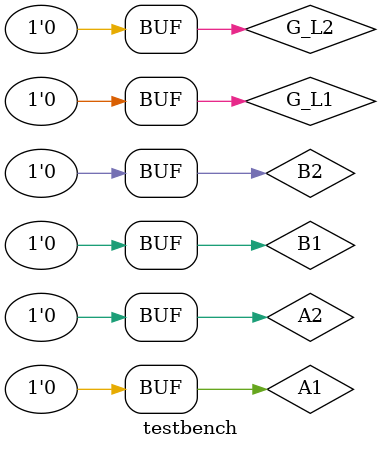
<source format=v>
`include "v74x139_full.v"
module testbench;
//In
reg G_L1;
reg G_L2;
reg A1;
reg A2;
reg B1;
reg B2;

//Out
wire [7:0] sel;

v74x139_full uut(
  .G_L1(G_L1),
  .G_L2(G_L2),
  .A1(A1),
  .A2(A2),
  .B1(B1),
  .B2(B2),
  .sel(sel)
);

initial begin
  G_L1 = 0; G_L2 = 0;
  A1 = 0; A2 = 0;
  B1 = 0; B2 = 0;

  #100;
  G_L1 = 1; G_L2=1;A1 = 1'bx;B1=1'bx;A2=1'bx;B2=1'bX;
  #100;
  G_L1 = 0;G_L2=0;A1 =1'b0;B1=1'b1;A2=1'b0;B2=1'b1;
  #100;
  G_L1 = 0;G_L2=0;A1 =1'b1;B1=1'b1;A2=1'b1;B2=1'b1;
  #100;
  G_L1 = 0;G_L2=0;A1 =1'b1;B1=1'b0;A2=1'b1;B2=1'b0;
  #100;
  G_L1 = 0;G_L2=0;A1 =1'b0;B1=1'b0;A2=1'b0;B2=1'b0;

end 
initial begin
  $monitor("time = ",$time," G_L1=%b G_L2=%b sel 0 ~ 7 %b",
    G_L1,G_L2,sel[7:0]);
end 

endmodule

</source>
